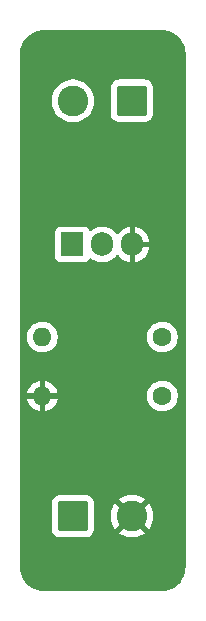
<source format=gbr>
%TF.GenerationSoftware,KiCad,Pcbnew,9.0.0*%
%TF.CreationDate,2025-03-24T16:00:58-05:00*%
%TF.ProjectId,DIIN-proyecto,4449494e-2d70-4726-9f79-6563746f2e6b,rev?*%
%TF.SameCoordinates,Original*%
%TF.FileFunction,Copper,L2,Bot*%
%TF.FilePolarity,Positive*%
%FSLAX46Y46*%
G04 Gerber Fmt 4.6, Leading zero omitted, Abs format (unit mm)*
G04 Created by KiCad (PCBNEW 9.0.0) date 2025-03-24 16:00:58*
%MOMM*%
%LPD*%
G01*
G04 APERTURE LIST*
G04 Aperture macros list*
%AMRoundRect*
0 Rectangle with rounded corners*
0 $1 Rounding radius*
0 $2 $3 $4 $5 $6 $7 $8 $9 X,Y pos of 4 corners*
0 Add a 4 corners polygon primitive as box body*
4,1,4,$2,$3,$4,$5,$6,$7,$8,$9,$2,$3,0*
0 Add four circle primitives for the rounded corners*
1,1,$1+$1,$2,$3*
1,1,$1+$1,$4,$5*
1,1,$1+$1,$6,$7*
1,1,$1+$1,$8,$9*
0 Add four rect primitives between the rounded corners*
20,1,$1+$1,$2,$3,$4,$5,0*
20,1,$1+$1,$4,$5,$6,$7,0*
20,1,$1+$1,$6,$7,$8,$9,0*
20,1,$1+$1,$8,$9,$2,$3,0*%
G04 Aperture macros list end*
%TA.AperFunction,ComponentPad*%
%ADD10C,1.600000*%
%TD*%
%TA.AperFunction,ComponentPad*%
%ADD11O,1.600000X1.600000*%
%TD*%
%TA.AperFunction,ComponentPad*%
%ADD12R,1.905000X2.000000*%
%TD*%
%TA.AperFunction,ComponentPad*%
%ADD13O,1.905000X2.000000*%
%TD*%
%TA.AperFunction,ComponentPad*%
%ADD14RoundRect,0.250000X1.050000X1.050000X-1.050000X1.050000X-1.050000X-1.050000X1.050000X-1.050000X0*%
%TD*%
%TA.AperFunction,ComponentPad*%
%ADD15C,2.600000*%
%TD*%
%TA.AperFunction,ComponentPad*%
%ADD16RoundRect,0.250000X-1.050000X-1.050000X1.050000X-1.050000X1.050000X1.050000X-1.050000X1.050000X0*%
%TD*%
G04 APERTURE END LIST*
D10*
%TO.P,R4,1*%
%TO.N,MBE*%
X109540000Y-82500000D03*
D11*
%TO.P,R4,2*%
%TO.N,GND*%
X99380000Y-82500000D03*
%TD*%
D10*
%TO.P,R3,1*%
%TO.N,MBE*%
X109540000Y-77500000D03*
D11*
%TO.P,R3,2*%
%TO.N,Net-(Q1-G)*%
X99380000Y-77500000D03*
%TD*%
D12*
%TO.P,Q1,1,G*%
%TO.N,Net-(Q1-G)*%
X101920000Y-69672500D03*
D13*
%TO.P,Q1,2,D*%
%TO.N,MB-*%
X104460000Y-69672500D03*
%TO.P,Q1,3,S*%
%TO.N,GND*%
X107000000Y-69672500D03*
%TD*%
D14*
%TO.P,J15,1,Pin_1*%
%TO.N,+3.3V*%
X106960000Y-57500000D03*
D15*
%TO.P,J15,2,Pin_2*%
%TO.N,MB-*%
X101960000Y-57500000D03*
%TD*%
D16*
%TO.P,J7,1,Pin_1*%
%TO.N,+3.3V*%
X101960000Y-92672500D03*
D15*
%TO.P,J7,2,Pin_2*%
%TO.N,GND*%
X106960000Y-92672500D03*
%TD*%
%TA.AperFunction,Conductor*%
%TO.N,GND*%
G36*
X109504043Y-51500765D02*
G01*
X109752895Y-51517075D01*
X109768953Y-51519190D01*
X109976105Y-51560395D01*
X110009535Y-51567045D01*
X110025202Y-51571243D01*
X110194947Y-51628863D01*
X110257481Y-51650091D01*
X110272458Y-51656294D01*
X110481799Y-51759529D01*
X110492460Y-51764787D01*
X110506508Y-51772897D01*
X110710464Y-51909177D01*
X110723328Y-51919048D01*
X110907749Y-52080781D01*
X110919218Y-52092250D01*
X111080951Y-52276671D01*
X111090825Y-52289539D01*
X111227102Y-52493492D01*
X111235212Y-52507539D01*
X111343702Y-52727534D01*
X111349909Y-52742520D01*
X111428756Y-52974797D01*
X111432954Y-52990464D01*
X111480807Y-53231035D01*
X111482925Y-53247116D01*
X111499235Y-53495956D01*
X111499500Y-53504066D01*
X111499500Y-96995933D01*
X111499235Y-97004043D01*
X111482925Y-97252883D01*
X111480807Y-97268964D01*
X111432954Y-97509535D01*
X111428756Y-97525202D01*
X111349909Y-97757479D01*
X111343702Y-97772465D01*
X111235212Y-97992460D01*
X111227102Y-98006507D01*
X111090825Y-98210460D01*
X111080951Y-98223328D01*
X110919218Y-98407749D01*
X110907749Y-98419218D01*
X110723328Y-98580951D01*
X110710460Y-98590825D01*
X110506507Y-98727102D01*
X110492460Y-98735212D01*
X110272465Y-98843702D01*
X110257479Y-98849909D01*
X110025202Y-98928756D01*
X110009535Y-98932954D01*
X109768964Y-98980807D01*
X109752883Y-98982925D01*
X109504043Y-98999235D01*
X109495933Y-98999500D01*
X99504067Y-98999500D01*
X99495957Y-98999235D01*
X99247116Y-98982925D01*
X99231035Y-98980807D01*
X98990464Y-98932954D01*
X98974797Y-98928756D01*
X98742520Y-98849909D01*
X98727534Y-98843702D01*
X98507539Y-98735212D01*
X98493492Y-98727102D01*
X98289539Y-98590825D01*
X98276671Y-98580951D01*
X98092250Y-98419218D01*
X98080781Y-98407749D01*
X97919048Y-98223328D01*
X97909174Y-98210460D01*
X97772897Y-98006507D01*
X97764787Y-97992460D01*
X97658855Y-97777652D01*
X97656294Y-97772458D01*
X97650090Y-97757479D01*
X97571243Y-97525202D01*
X97567045Y-97509535D01*
X97559186Y-97470026D01*
X97519190Y-97268953D01*
X97517075Y-97252895D01*
X97500765Y-97004043D01*
X97500500Y-96995933D01*
X97500500Y-91572483D01*
X100159500Y-91572483D01*
X100159500Y-93772501D01*
X100159501Y-93772518D01*
X100170000Y-93875296D01*
X100170001Y-93875299D01*
X100218885Y-94022819D01*
X100225186Y-94041834D01*
X100317288Y-94191156D01*
X100441344Y-94315212D01*
X100590666Y-94407314D01*
X100757203Y-94462499D01*
X100859991Y-94473000D01*
X103060008Y-94472999D01*
X103162797Y-94462499D01*
X103329334Y-94407314D01*
X103478656Y-94315212D01*
X103602712Y-94191156D01*
X103694814Y-94041834D01*
X103749999Y-93875297D01*
X103760500Y-93772509D01*
X103760499Y-92554514D01*
X105160000Y-92554514D01*
X105160000Y-92790485D01*
X105190799Y-93024414D01*
X105251870Y-93252337D01*
X105342160Y-93470319D01*
X105342165Y-93470328D01*
X105460144Y-93674671D01*
X105460145Y-93674672D01*
X105522721Y-93756223D01*
X106358958Y-92919987D01*
X106383978Y-92980390D01*
X106455112Y-93086851D01*
X106545649Y-93177388D01*
X106652110Y-93248522D01*
X106712511Y-93273541D01*
X105876275Y-94109777D01*
X105957827Y-94172354D01*
X105957828Y-94172355D01*
X106162171Y-94290334D01*
X106162180Y-94290339D01*
X106380163Y-94380629D01*
X106380161Y-94380629D01*
X106608085Y-94441700D01*
X106842014Y-94472499D01*
X106842029Y-94472500D01*
X107077971Y-94472500D01*
X107077985Y-94472499D01*
X107311914Y-94441700D01*
X107539837Y-94380629D01*
X107757819Y-94290339D01*
X107757828Y-94290334D01*
X107962181Y-94172350D01*
X108043723Y-94109779D01*
X108043723Y-94109776D01*
X107207487Y-93273541D01*
X107267890Y-93248522D01*
X107374351Y-93177388D01*
X107464888Y-93086851D01*
X107536022Y-92980390D01*
X107561041Y-92919987D01*
X108397276Y-93756223D01*
X108397279Y-93756223D01*
X108459850Y-93674681D01*
X108577834Y-93470328D01*
X108577839Y-93470319D01*
X108668129Y-93252337D01*
X108729200Y-93024414D01*
X108759999Y-92790485D01*
X108760000Y-92790471D01*
X108760000Y-92554528D01*
X108759999Y-92554514D01*
X108729200Y-92320585D01*
X108668129Y-92092662D01*
X108577839Y-91874680D01*
X108577834Y-91874671D01*
X108459855Y-91670328D01*
X108459854Y-91670327D01*
X108397277Y-91588775D01*
X107561041Y-92425011D01*
X107536022Y-92364610D01*
X107464888Y-92258149D01*
X107374351Y-92167612D01*
X107267890Y-92096478D01*
X107207488Y-92071458D01*
X108043723Y-91235221D01*
X107962172Y-91172645D01*
X107962171Y-91172644D01*
X107757828Y-91054665D01*
X107757819Y-91054660D01*
X107539836Y-90964370D01*
X107539838Y-90964370D01*
X107311914Y-90903299D01*
X107077985Y-90872500D01*
X106842014Y-90872500D01*
X106608085Y-90903299D01*
X106380162Y-90964370D01*
X106162180Y-91054660D01*
X106162171Y-91054665D01*
X105957828Y-91172644D01*
X105957818Y-91172650D01*
X105876275Y-91235220D01*
X105876275Y-91235221D01*
X106712512Y-92071458D01*
X106652110Y-92096478D01*
X106545649Y-92167612D01*
X106455112Y-92258149D01*
X106383978Y-92364610D01*
X106358958Y-92425012D01*
X105522721Y-91588775D01*
X105522720Y-91588775D01*
X105460150Y-91670318D01*
X105460144Y-91670328D01*
X105342165Y-91874671D01*
X105342160Y-91874680D01*
X105251870Y-92092662D01*
X105190799Y-92320585D01*
X105160000Y-92554514D01*
X103760499Y-92554514D01*
X103760499Y-91572492D01*
X103749999Y-91469703D01*
X103694814Y-91303166D01*
X103602712Y-91153844D01*
X103478656Y-91029788D01*
X103329334Y-90937686D01*
X103162797Y-90882501D01*
X103162795Y-90882500D01*
X103060010Y-90872000D01*
X100859998Y-90872000D01*
X100859981Y-90872001D01*
X100757203Y-90882500D01*
X100757200Y-90882501D01*
X100590668Y-90937685D01*
X100590663Y-90937687D01*
X100441342Y-91029789D01*
X100317289Y-91153842D01*
X100225187Y-91303163D01*
X100225185Y-91303168D01*
X100218886Y-91322178D01*
X100170001Y-91469703D01*
X100170001Y-91469704D01*
X100170000Y-91469704D01*
X100159500Y-91572483D01*
X97500500Y-91572483D01*
X97500500Y-82250000D01*
X98103391Y-82250000D01*
X99064314Y-82250000D01*
X99059920Y-82254394D01*
X99007259Y-82345606D01*
X98980000Y-82447339D01*
X98980000Y-82552661D01*
X99007259Y-82654394D01*
X99059920Y-82745606D01*
X99064314Y-82750000D01*
X98103391Y-82750000D01*
X98112009Y-82804413D01*
X98175244Y-82999029D01*
X98268140Y-83181349D01*
X98388417Y-83346894D01*
X98388417Y-83346895D01*
X98533104Y-83491582D01*
X98698650Y-83611859D01*
X98880968Y-83704754D01*
X99075578Y-83767988D01*
X99130000Y-83776607D01*
X99130000Y-82815686D01*
X99134394Y-82820080D01*
X99225606Y-82872741D01*
X99327339Y-82900000D01*
X99432661Y-82900000D01*
X99534394Y-82872741D01*
X99625606Y-82820080D01*
X99630000Y-82815686D01*
X99630000Y-83776606D01*
X99684421Y-83767988D01*
X99879031Y-83704754D01*
X100061349Y-83611859D01*
X100226894Y-83491582D01*
X100226895Y-83491582D01*
X100371582Y-83346895D01*
X100371582Y-83346894D01*
X100491859Y-83181349D01*
X100584755Y-82999029D01*
X100647990Y-82804413D01*
X100656609Y-82750000D01*
X99695686Y-82750000D01*
X99700080Y-82745606D01*
X99752741Y-82654394D01*
X99780000Y-82552661D01*
X99780000Y-82447339D01*
X99766685Y-82397648D01*
X108239500Y-82397648D01*
X108239500Y-82602351D01*
X108271522Y-82804534D01*
X108334781Y-82999223D01*
X108427715Y-83181613D01*
X108548028Y-83347213D01*
X108692786Y-83491971D01*
X108847749Y-83604556D01*
X108858390Y-83612287D01*
X108974607Y-83671503D01*
X109040776Y-83705218D01*
X109040778Y-83705218D01*
X109040781Y-83705220D01*
X109145137Y-83739127D01*
X109235465Y-83768477D01*
X109336557Y-83784488D01*
X109437648Y-83800500D01*
X109437649Y-83800500D01*
X109642351Y-83800500D01*
X109642352Y-83800500D01*
X109844534Y-83768477D01*
X110039219Y-83705220D01*
X110221610Y-83612287D01*
X110314590Y-83544732D01*
X110387213Y-83491971D01*
X110387215Y-83491968D01*
X110387219Y-83491966D01*
X110531966Y-83347219D01*
X110531968Y-83347215D01*
X110531971Y-83347213D01*
X110584732Y-83274590D01*
X110652287Y-83181610D01*
X110745220Y-82999219D01*
X110808477Y-82804534D01*
X110840500Y-82602352D01*
X110840500Y-82397648D01*
X110832257Y-82345606D01*
X110808477Y-82195465D01*
X110745218Y-82000776D01*
X110652419Y-81818650D01*
X110652287Y-81818390D01*
X110644556Y-81807749D01*
X110531971Y-81652786D01*
X110387213Y-81508028D01*
X110221613Y-81387715D01*
X110221612Y-81387714D01*
X110221610Y-81387713D01*
X110164653Y-81358691D01*
X110039223Y-81294781D01*
X109844534Y-81231522D01*
X109669995Y-81203878D01*
X109642352Y-81199500D01*
X109437648Y-81199500D01*
X109413329Y-81203351D01*
X109235465Y-81231522D01*
X109040776Y-81294781D01*
X108858386Y-81387715D01*
X108692786Y-81508028D01*
X108548028Y-81652786D01*
X108427715Y-81818386D01*
X108334781Y-82000776D01*
X108271522Y-82195465D01*
X108239500Y-82397648D01*
X99766685Y-82397648D01*
X99752741Y-82345606D01*
X99700080Y-82254394D01*
X99695686Y-82250000D01*
X100656609Y-82250000D01*
X100647990Y-82195586D01*
X100584755Y-82000970D01*
X100491859Y-81818650D01*
X100371582Y-81653105D01*
X100371582Y-81653104D01*
X100226895Y-81508417D01*
X100061349Y-81388140D01*
X99879029Y-81295244D01*
X99684413Y-81232009D01*
X99630000Y-81223390D01*
X99630000Y-82184314D01*
X99625606Y-82179920D01*
X99534394Y-82127259D01*
X99432661Y-82100000D01*
X99327339Y-82100000D01*
X99225606Y-82127259D01*
X99134394Y-82179920D01*
X99130000Y-82184314D01*
X99130000Y-81223390D01*
X99075586Y-81232009D01*
X98880970Y-81295244D01*
X98698650Y-81388140D01*
X98533105Y-81508417D01*
X98533104Y-81508417D01*
X98388417Y-81653104D01*
X98388417Y-81653105D01*
X98268140Y-81818650D01*
X98175244Y-82000970D01*
X98112009Y-82195586D01*
X98103391Y-82250000D01*
X97500500Y-82250000D01*
X97500500Y-77397648D01*
X98079500Y-77397648D01*
X98079500Y-77602351D01*
X98111522Y-77804534D01*
X98174781Y-77999223D01*
X98267715Y-78181613D01*
X98388028Y-78347213D01*
X98532786Y-78491971D01*
X98687749Y-78604556D01*
X98698390Y-78612287D01*
X98814607Y-78671503D01*
X98880776Y-78705218D01*
X98880778Y-78705218D01*
X98880781Y-78705220D01*
X98985137Y-78739127D01*
X99075465Y-78768477D01*
X99176557Y-78784488D01*
X99277648Y-78800500D01*
X99277649Y-78800500D01*
X99482351Y-78800500D01*
X99482352Y-78800500D01*
X99684534Y-78768477D01*
X99879219Y-78705220D01*
X100061610Y-78612287D01*
X100154590Y-78544732D01*
X100227213Y-78491971D01*
X100227215Y-78491968D01*
X100227219Y-78491966D01*
X100371966Y-78347219D01*
X100371968Y-78347215D01*
X100371971Y-78347213D01*
X100424732Y-78274590D01*
X100492287Y-78181610D01*
X100585220Y-77999219D01*
X100648477Y-77804534D01*
X100680500Y-77602352D01*
X100680500Y-77397648D01*
X108239500Y-77397648D01*
X108239500Y-77602351D01*
X108271522Y-77804534D01*
X108334781Y-77999223D01*
X108427715Y-78181613D01*
X108548028Y-78347213D01*
X108692786Y-78491971D01*
X108847749Y-78604556D01*
X108858390Y-78612287D01*
X108974607Y-78671503D01*
X109040776Y-78705218D01*
X109040778Y-78705218D01*
X109040781Y-78705220D01*
X109145137Y-78739127D01*
X109235465Y-78768477D01*
X109336557Y-78784488D01*
X109437648Y-78800500D01*
X109437649Y-78800500D01*
X109642351Y-78800500D01*
X109642352Y-78800500D01*
X109844534Y-78768477D01*
X110039219Y-78705220D01*
X110221610Y-78612287D01*
X110314590Y-78544732D01*
X110387213Y-78491971D01*
X110387215Y-78491968D01*
X110387219Y-78491966D01*
X110531966Y-78347219D01*
X110531968Y-78347215D01*
X110531971Y-78347213D01*
X110584732Y-78274590D01*
X110652287Y-78181610D01*
X110745220Y-77999219D01*
X110808477Y-77804534D01*
X110840500Y-77602352D01*
X110840500Y-77397648D01*
X110808477Y-77195466D01*
X110745220Y-77000781D01*
X110745218Y-77000778D01*
X110745218Y-77000776D01*
X110711503Y-76934607D01*
X110652287Y-76818390D01*
X110644556Y-76807749D01*
X110531971Y-76652786D01*
X110387213Y-76508028D01*
X110221613Y-76387715D01*
X110221612Y-76387714D01*
X110221610Y-76387713D01*
X110164653Y-76358691D01*
X110039223Y-76294781D01*
X109844534Y-76231522D01*
X109669995Y-76203878D01*
X109642352Y-76199500D01*
X109437648Y-76199500D01*
X109413329Y-76203351D01*
X109235465Y-76231522D01*
X109040776Y-76294781D01*
X108858386Y-76387715D01*
X108692786Y-76508028D01*
X108548028Y-76652786D01*
X108427715Y-76818386D01*
X108334781Y-77000776D01*
X108271522Y-77195465D01*
X108239500Y-77397648D01*
X100680500Y-77397648D01*
X100648477Y-77195466D01*
X100585220Y-77000781D01*
X100585218Y-77000778D01*
X100585218Y-77000776D01*
X100551503Y-76934607D01*
X100492287Y-76818390D01*
X100484556Y-76807749D01*
X100371971Y-76652786D01*
X100227213Y-76508028D01*
X100061613Y-76387715D01*
X100061612Y-76387714D01*
X100061610Y-76387713D01*
X100004653Y-76358691D01*
X99879223Y-76294781D01*
X99684534Y-76231522D01*
X99509995Y-76203878D01*
X99482352Y-76199500D01*
X99277648Y-76199500D01*
X99253329Y-76203351D01*
X99075465Y-76231522D01*
X98880776Y-76294781D01*
X98698386Y-76387715D01*
X98532786Y-76508028D01*
X98388028Y-76652786D01*
X98267715Y-76818386D01*
X98174781Y-77000776D01*
X98111522Y-77195465D01*
X98079500Y-77397648D01*
X97500500Y-77397648D01*
X97500500Y-68624635D01*
X100467000Y-68624635D01*
X100467000Y-70720370D01*
X100467001Y-70720376D01*
X100473408Y-70779983D01*
X100523702Y-70914828D01*
X100523706Y-70914835D01*
X100609952Y-71030044D01*
X100609955Y-71030047D01*
X100725164Y-71116293D01*
X100725171Y-71116297D01*
X100860017Y-71166591D01*
X100860016Y-71166591D01*
X100866944Y-71167335D01*
X100919627Y-71173000D01*
X102920372Y-71172999D01*
X102979983Y-71166591D01*
X103114831Y-71116296D01*
X103230046Y-71030046D01*
X103316296Y-70914831D01*
X103326690Y-70886960D01*
X103368560Y-70831027D01*
X103434023Y-70806608D01*
X103502297Y-70821458D01*
X103515746Y-70829965D01*
X103698462Y-70962717D01*
X103830599Y-71030044D01*
X103902244Y-71066549D01*
X104119751Y-71137221D01*
X104119752Y-71137221D01*
X104119755Y-71137222D01*
X104345646Y-71173000D01*
X104345647Y-71173000D01*
X104574353Y-71173000D01*
X104574354Y-71173000D01*
X104800245Y-71137222D01*
X104800248Y-71137221D01*
X104800249Y-71137221D01*
X105017755Y-71066549D01*
X105017755Y-71066548D01*
X105017758Y-71066548D01*
X105221538Y-70962717D01*
X105406566Y-70828286D01*
X105568286Y-70666566D01*
X105629992Y-70581634D01*
X105685319Y-70538970D01*
X105754932Y-70532991D01*
X105816727Y-70565596D01*
X105830626Y-70581635D01*
X105892097Y-70666241D01*
X105892097Y-70666242D01*
X106053757Y-70827902D01*
X106238723Y-70962288D01*
X106442429Y-71066082D01*
X106659871Y-71136734D01*
X106750000Y-71151009D01*
X106750000Y-70163247D01*
X106787708Y-70185018D01*
X106927591Y-70222500D01*
X107072409Y-70222500D01*
X107212292Y-70185018D01*
X107250000Y-70163247D01*
X107250000Y-71151008D01*
X107340128Y-71136734D01*
X107557570Y-71066082D01*
X107761276Y-70962288D01*
X107946242Y-70827902D01*
X108107902Y-70666242D01*
X108242288Y-70481276D01*
X108346082Y-70277570D01*
X108416734Y-70060128D01*
X108438532Y-69922500D01*
X107490748Y-69922500D01*
X107512518Y-69884792D01*
X107550000Y-69744909D01*
X107550000Y-69600091D01*
X107512518Y-69460208D01*
X107490748Y-69422500D01*
X108438532Y-69422500D01*
X108416734Y-69284871D01*
X108346082Y-69067429D01*
X108242288Y-68863723D01*
X108107902Y-68678757D01*
X107946242Y-68517097D01*
X107761276Y-68382711D01*
X107557568Y-68278917D01*
X107340124Y-68208265D01*
X107250000Y-68193990D01*
X107250000Y-69181752D01*
X107212292Y-69159982D01*
X107072409Y-69122500D01*
X106927591Y-69122500D01*
X106787708Y-69159982D01*
X106750000Y-69181752D01*
X106750000Y-68193990D01*
X106749999Y-68193990D01*
X106659875Y-68208265D01*
X106442431Y-68278917D01*
X106238723Y-68382711D01*
X106053757Y-68517097D01*
X105892097Y-68678757D01*
X105830627Y-68763364D01*
X105775297Y-68806029D01*
X105705684Y-68812008D01*
X105643889Y-68779402D01*
X105629991Y-68763364D01*
X105568286Y-68678434D01*
X105406566Y-68516714D01*
X105221538Y-68382283D01*
X105017755Y-68278450D01*
X104800248Y-68207778D01*
X104614812Y-68178408D01*
X104574354Y-68172000D01*
X104345646Y-68172000D01*
X104305188Y-68178408D01*
X104119753Y-68207778D01*
X104119750Y-68207778D01*
X103902244Y-68278450D01*
X103698461Y-68382283D01*
X103515759Y-68515025D01*
X103449952Y-68538505D01*
X103381898Y-68522680D01*
X103333203Y-68472574D01*
X103326690Y-68458038D01*
X103316296Y-68430169D01*
X103316293Y-68430164D01*
X103230047Y-68314955D01*
X103230044Y-68314952D01*
X103114835Y-68228706D01*
X103114828Y-68228702D01*
X102979982Y-68178408D01*
X102979983Y-68178408D01*
X102920383Y-68172001D01*
X102920381Y-68172000D01*
X102920373Y-68172000D01*
X102920364Y-68172000D01*
X100919629Y-68172000D01*
X100919623Y-68172001D01*
X100860016Y-68178408D01*
X100725171Y-68228702D01*
X100725164Y-68228706D01*
X100609955Y-68314952D01*
X100609952Y-68314955D01*
X100523706Y-68430164D01*
X100523702Y-68430171D01*
X100473408Y-68565017D01*
X100467001Y-68624616D01*
X100467000Y-68624635D01*
X97500500Y-68624635D01*
X97500500Y-57381995D01*
X100159500Y-57381995D01*
X100159500Y-57618004D01*
X100159501Y-57618020D01*
X100190306Y-57852010D01*
X100251394Y-58079993D01*
X100341714Y-58298045D01*
X100341719Y-58298056D01*
X100412677Y-58420957D01*
X100459727Y-58502450D01*
X100459729Y-58502453D01*
X100459730Y-58502454D01*
X100603406Y-58689697D01*
X100603412Y-58689704D01*
X100770295Y-58856587D01*
X100770302Y-58856593D01*
X100786909Y-58869336D01*
X100957550Y-59000273D01*
X101088918Y-59076118D01*
X101161943Y-59118280D01*
X101161948Y-59118282D01*
X101161951Y-59118284D01*
X101380007Y-59208606D01*
X101607986Y-59269693D01*
X101841989Y-59300500D01*
X101841996Y-59300500D01*
X102078004Y-59300500D01*
X102078011Y-59300500D01*
X102312014Y-59269693D01*
X102539993Y-59208606D01*
X102758049Y-59118284D01*
X102962450Y-59000273D01*
X103149699Y-58856592D01*
X103316592Y-58689699D01*
X103460273Y-58502450D01*
X103578284Y-58298049D01*
X103668606Y-58079993D01*
X103729693Y-57852014D01*
X103760500Y-57618011D01*
X103760500Y-57381989D01*
X103729693Y-57147986D01*
X103668606Y-56920007D01*
X103578284Y-56701951D01*
X103578282Y-56701948D01*
X103578280Y-56701943D01*
X103522510Y-56605348D01*
X103460273Y-56497550D01*
X103385414Y-56399992D01*
X103385407Y-56399983D01*
X105159500Y-56399983D01*
X105159500Y-58600001D01*
X105159501Y-58600018D01*
X105170000Y-58702796D01*
X105170001Y-58702799D01*
X105220962Y-58856587D01*
X105225186Y-58869334D01*
X105317288Y-59018656D01*
X105441344Y-59142712D01*
X105590666Y-59234814D01*
X105757203Y-59289999D01*
X105859991Y-59300500D01*
X108060008Y-59300499D01*
X108162797Y-59289999D01*
X108329334Y-59234814D01*
X108478656Y-59142712D01*
X108602712Y-59018656D01*
X108694814Y-58869334D01*
X108749999Y-58702797D01*
X108760500Y-58600009D01*
X108760499Y-56399992D01*
X108749999Y-56297203D01*
X108694814Y-56130666D01*
X108602712Y-55981344D01*
X108478656Y-55857288D01*
X108329334Y-55765186D01*
X108162797Y-55710001D01*
X108162795Y-55710000D01*
X108060010Y-55699500D01*
X105859998Y-55699500D01*
X105859981Y-55699501D01*
X105757203Y-55710000D01*
X105757200Y-55710001D01*
X105590668Y-55765185D01*
X105590663Y-55765187D01*
X105441342Y-55857289D01*
X105317289Y-55981342D01*
X105225187Y-56130663D01*
X105225185Y-56130668D01*
X105220962Y-56143412D01*
X105170001Y-56297203D01*
X105170001Y-56297204D01*
X105170000Y-56297204D01*
X105159500Y-56399983D01*
X103385407Y-56399983D01*
X103316593Y-56310302D01*
X103316587Y-56310295D01*
X103149704Y-56143412D01*
X103149697Y-56143406D01*
X102962454Y-55999730D01*
X102962453Y-55999729D01*
X102962450Y-55999727D01*
X102880957Y-55952677D01*
X102758056Y-55881719D01*
X102758045Y-55881714D01*
X102539993Y-55791394D01*
X102312010Y-55730306D01*
X102078020Y-55699501D01*
X102078017Y-55699500D01*
X102078011Y-55699500D01*
X101841989Y-55699500D01*
X101841983Y-55699500D01*
X101841979Y-55699501D01*
X101607989Y-55730306D01*
X101380006Y-55791394D01*
X101161954Y-55881714D01*
X101161943Y-55881719D01*
X100957545Y-55999730D01*
X100770302Y-56143406D01*
X100770295Y-56143412D01*
X100603412Y-56310295D01*
X100603406Y-56310302D01*
X100459730Y-56497545D01*
X100341719Y-56701943D01*
X100341714Y-56701954D01*
X100251394Y-56920006D01*
X100190306Y-57147989D01*
X100159501Y-57381979D01*
X100159500Y-57381995D01*
X97500500Y-57381995D01*
X97500500Y-53504066D01*
X97500765Y-53495956D01*
X97504819Y-53434108D01*
X97517075Y-53247102D01*
X97519190Y-53231048D01*
X97567045Y-52990462D01*
X97571243Y-52974797D01*
X97594337Y-52906762D01*
X97650093Y-52742512D01*
X97656291Y-52727547D01*
X97764790Y-52507533D01*
X97772893Y-52493498D01*
X97909182Y-52289527D01*
X97919039Y-52276681D01*
X98080786Y-52092244D01*
X98092244Y-52080786D01*
X98276681Y-51919039D01*
X98289527Y-51909182D01*
X98493498Y-51772893D01*
X98507533Y-51764790D01*
X98727547Y-51656291D01*
X98742512Y-51650093D01*
X98906762Y-51594337D01*
X98974797Y-51571243D01*
X98990464Y-51567045D01*
X99231048Y-51519190D01*
X99247102Y-51517075D01*
X99495957Y-51500765D01*
X99504067Y-51500500D01*
X99565892Y-51500500D01*
X109434108Y-51500500D01*
X109495933Y-51500500D01*
X109504043Y-51500765D01*
G37*
%TD.AperFunction*%
%TD*%
M02*

</source>
